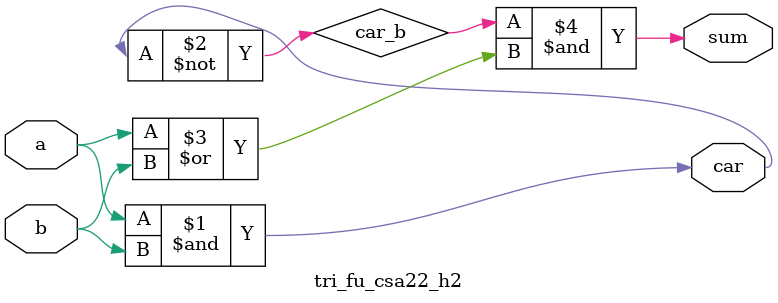
<source format=v>

`timescale 1 ns / 1 ns

   `include "tri_a2o.vh"


module tri_fu_csa22_h2(
   a,
   b,
   car,
   sum
);
   input   a;
   input   b;
   output  car;
   output  sum;

   wire    car_b;
   wire    sum_b;

   assign car_b = (~(a & b));
   assign sum_b = (~(car_b & (a | b)));		// this is equiv to an xnor
   assign car = (~car_b);
   assign sum = (~sum_b);

endmodule

</source>
